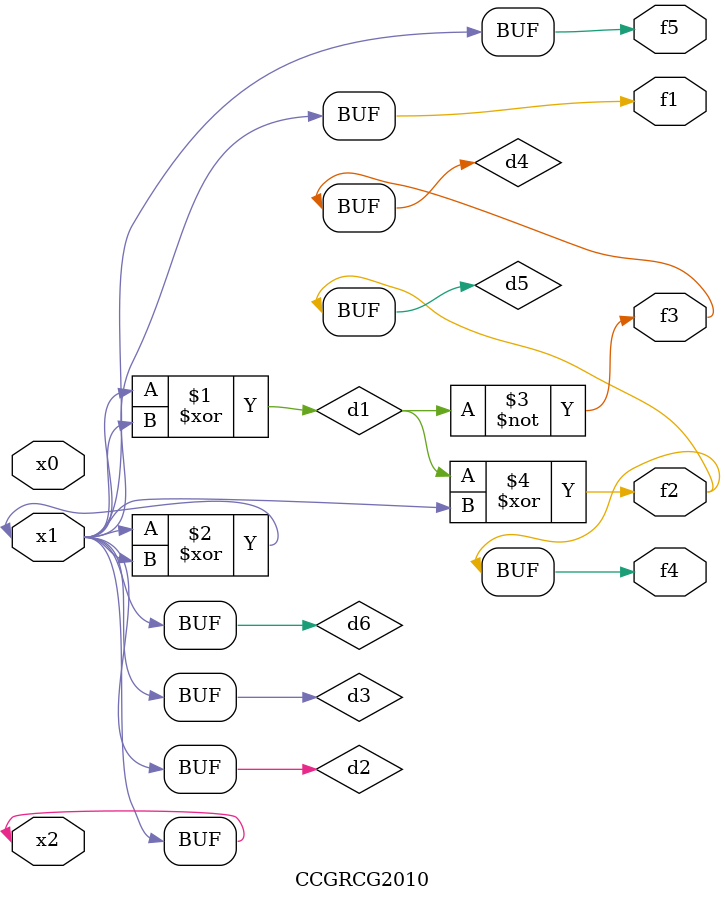
<source format=v>
module CCGRCG2010(
	input x0, x1, x2,
	output f1, f2, f3, f4, f5
);

	wire d1, d2, d3, d4, d5, d6;

	xor (d1, x1, x2);
	buf (d2, x1, x2);
	xor (d3, x1, x2);
	nor (d4, d1);
	xor (d5, d1, d2);
	buf (d6, d2, d3);
	assign f1 = d6;
	assign f2 = d5;
	assign f3 = d4;
	assign f4 = d5;
	assign f5 = d6;
endmodule

</source>
